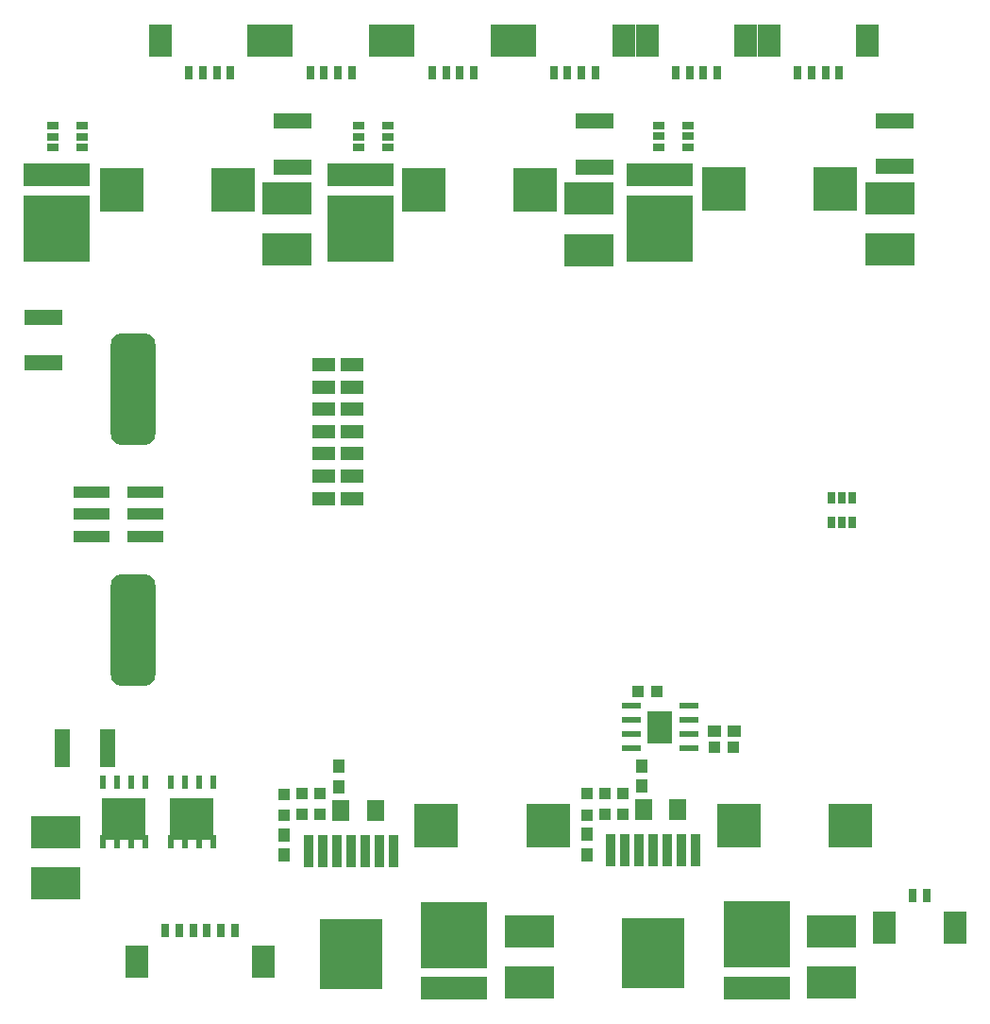
<source format=gtp>
%FSLAX44Y44*%
%MOMM*%
G71*
G01*
G75*
G04 Layer_Color=8421504*
%ADD10C,2.0000*%
%ADD11R,5.6000X6.3500*%
%ADD12R,0.9100X3.0000*%
%ADD13R,3.5000X1.4000*%
%ADD14R,1.4000X3.5000*%
%ADD15R,1.1000X1.1000*%
%ADD16R,1.0000X0.7000*%
%ADD17R,0.8000X1.3000*%
%ADD18R,2.1000X3.0000*%
%ADD19R,4.0000X4.0000*%
%ADD20R,6.0000X6.0000*%
%ADD21R,6.0000X2.0000*%
%ADD22R,4.5000X3.0000*%
%ADD23R,1.1000X1.2000*%
%ADD24R,1.5000X1.9000*%
%ADD25R,0.6100X1.2700*%
%ADD26R,3.9100X3.7500*%
%ADD27R,1.2000X1.1000*%
%ADD28R,1.0000X1.1000*%
G04:AMPARAMS|DCode=29|XSize=4mm|YSize=10mm|CornerRadius=1mm|HoleSize=0mm|Usage=FLASHONLY|Rotation=0.000|XOffset=0mm|YOffset=0mm|HoleType=Round|Shape=RoundedRectangle|*
%AMROUNDEDRECTD29*
21,1,4.0000,8.0000,0,0,0.0*
21,1,2.0000,10.0000,0,0,0.0*
1,1,2.0000,1.0000,-4.0000*
1,1,2.0000,-1.0000,-4.0000*
1,1,2.0000,-1.0000,4.0000*
1,1,2.0000,1.0000,4.0000*
%
%ADD29ROUNDEDRECTD29*%
%ADD30R,2.0000X1.2000*%
%ADD31R,3.2000X1.0000*%
%ADD32R,1.7500X0.6000*%
%ADD33R,2.8500X3.6000*%
%ADD34R,0.6500X1.0500*%
%ADD35C,0.6000*%
%ADD36C,0.5000*%
%ADD37C,0.2000*%
%ADD38C,0.3000*%
%ADD39C,3.0000*%
%ADD40C,0.8000*%
%ADD41C,1.0000*%
%ADD42C,0.9000*%
%ADD43C,2.5000*%
%ADD44R,7.4500X4.6250*%
%ADD45R,9.9750X4.0250*%
%ADD46R,5.1750X10.4000*%
%ADD47R,4.5050X10.5100*%
%ADD48R,6.0000X12.8250*%
%ADD49R,3.6750X7.1250*%
%ADD50R,4.4500X9.4500*%
%ADD51R,3.3500X4.9500*%
%ADD52R,2.7750X4.9500*%
%ADD53R,2.4750X3.0000*%
%ADD54R,1.6750X2.9750*%
%ADD55R,3.4750X1.4000*%
%ADD56R,1.9750X6.4580*%
%ADD57R,1.0000X0.5750*%
%ADD58R,6.0000X14.0500*%
%ADD59R,2.4000X2.8960*%
%ADD60R,6.1000X8.1000*%
%ADD61R,10.7750X4.8000*%
%ADD62R,7.8000X3.9750*%
%ADD63R,2.4320X7.9440*%
%ADD64R,3.8000X37.1000*%
%ADD65R,21.1000X4.0500*%
%ADD66R,10.8840X4.8000*%
%ADD67R,2.4000X6.0670*%
%ADD68R,52.1900X2.9500*%
%ADD69R,4.5050X14.9600*%
%ADD70R,0.9250X1.1250*%
%ADD71R,4.5300X15.0600*%
%ADD72R,4.3240X3.9600*%
%ADD73R,2.0500X3.1000*%
%ADD74R,2.0500X3.1500*%
%ADD75R,2.5750X2.6000*%
%ADD76R,2.0750X2.9750*%
%ADD77R,2.0500X2.4750*%
%ADD78R,2.5250X2.6750*%
%ADD79R,2.0750X1.9250*%
%ADD80R,2.0500X2.6500*%
%ADD81R,2.6500X3.9750*%
%ADD82R,2.0500X3.3750*%
%ADD83R,2.0500X3.8750*%
%ADD84R,2.0500X3.2750*%
%ADD85R,2.0500X3.4000*%
%ADD86R,2.0500X3.1250*%
%ADD87R,2.4250X1.3000*%
%ADD88R,22.6250X3.2250*%
%ADD89R,21.7000X7.1000*%
%ADD90R,3.2250X18.4000*%
%ADD91R,6.9750X10.0250*%
%ADD92C,1.5000*%
%ADD93C,2.5000*%
%ADD94C,4.0000*%
%ADD95R,1.5000X1.5000*%
%ADD96R,1.5000X1.5000*%
%ADD97C,0.8000*%
%ADD98C,1.0000*%
%ADD99C,1.2000*%
%ADD100C,6.0000*%
%ADD101C,1.7000*%
%ADD102C,1.8000*%
%ADD103C,0.6600*%
%ADD104C,1.5000*%
%ADD105C,0.4000*%
%ADD106C,0.2500*%
%ADD107R,3.3750X5.0250*%
%ADD108R,2.3750X1.3000*%
%ADD109R,2.4250X1.6250*%
%ADD110R,3.4250X0.7750*%
%ADD111R,2.6000X1.7250*%
%ADD112R,3.5250X0.8250*%
%ADD113R,2.4000X1.6250*%
%ADD114R,1.4500X2.4500*%
%ADD115R,2.6250X1.7750*%
%ADD116R,3.5250X0.9500*%
%ADD117R,3.3750X34.9250*%
%ADD118R,5.3250X2.3250*%
%ADD119R,6.0000X2.2500*%
%ADD120R,6.0750X2.3000*%
%ADD121C,5.8000*%
%ADD122C,1.0160*%
%ADD123C,2.0160*%
%ADD124C,1.9160*%
%ADD125C,1.3160*%
%ADD126C,1.5160*%
%ADD127C,1.6160*%
%ADD128C,1.8160*%
%ADD129C,0.2540*%
%ADD130C,3.5160*%
%ADD131C,3.2160*%
%ADD132C,4.0160*%
%ADD133C,1.3460*%
%ADD134R,2.3000X4.9750*%
%ADD135R,3.1000X1.5250*%
%ADD136R,2.5000X1.7250*%
%ADD137R,2.6750X1.7750*%
%ADD138R,3.6000X1.0000*%
%ADD139R,2.5250X1.6750*%
%ADD140R,1.5000X2.5250*%
%ADD141R,3.5500X0.8500*%
%ADD142R,2.7000X1.7500*%
%ADD143R,3.4250X1.0750*%
%ADD144R,3.5250X1.0500*%
%ADD145R,2.4250X1.7250*%
%ADD146R,2.4500X1.6500*%
%ADD147R,2.4500X1.2500*%
%ADD148R,5.3000X2.3000*%
%ADD149R,6.0250X2.3000*%
%ADD150R,6.0500X2.3250*%
%ADD151R,3.4250X34.9500*%
%ADD152C,0.2000*%
%ADD153R,0.9000X0.7000*%
%ADD154R,0.8000X0.7000*%
%ADD155R,0.7000X0.8000*%
%ADD156R,1.1000X1.1000*%
%ADD157R,1.3000X0.7000*%
%ADD158R,1.4000X1.0000*%
%ADD159R,1.0500X0.6500*%
%ADD160R,0.6500X0.9000*%
%ADD161R,1.0800X1.0500*%
%ADD162R,1.9000X1.5000*%
%ADD163R,1.1000X0.6500*%
%ADD164R,0.9000X0.6500*%
%ADD165R,0.6500X1.1000*%
%ADD166R,1.0000X1.4000*%
%ADD167R,6.0000X3.0000*%
%ADD168R,1.5000X1.6000*%
%ADD169O,0.6000X1.9500*%
%ADD170R,1.8000X0.6000*%
%ADD171R,1.0500X1.0800*%
%ADD172O,1.8000X0.3000*%
%ADD173O,0.3000X1.8000*%
%ADD174R,2.5000X1.0000*%
%ADD175R,0.6000X0.8000*%
%ADD176R,1.1000X1.8000*%
%ADD177R,0.6500X3.0000*%
%ADD178O,1.7000X0.3500*%
%ADD179R,0.7000X0.9000*%
%ADD180R,0.6500X2.2000*%
%ADD181R,2.4000X3.3000*%
%ADD182R,2.4000X1.0000*%
%ADD183R,0.6000X1.8000*%
%ADD184R,0.5500X0.9500*%
%ADD185R,6.0000X6.0000*%
%ADD186R,2.0000X6.0000*%
%ADD187R,1.0000X1.8000*%
%ADD188R,0.7000X1.3000*%
%ADD189R,2.1000X2.0000*%
%ADD190R,2.6500X3.0250*%
%ADD191R,2.2500X3.0000*%
%ADD192R,5.4000X2.4750*%
%ADD193R,6.1250X2.4250*%
%ADD194R,6.2500X2.4250*%
%ADD195R,3.5000X3.9000*%
%ADD196R,1.3000X3.2000*%
%ADD197R,4.9000X1.5000*%
%ADD198R,1.7000X3.2000*%
%ADD199R,13.8000X1.3000*%
%ADD200R,3.1000X4.5000*%
%ADD201R,52.4000X2.9500*%
%ADD202R,2.7000X3.3000*%
%ADD203R,7.1000X2.5000*%
%ADD204R,4.9000X2.7000*%
%ADD205R,4.7000X1.9000*%
%ADD206R,2.7000X3.5000*%
%ADD207R,2.7000X2.7000*%
%ADD208R,2.7000X1.8000*%
%ADD209R,2.7000X1.9000*%
%ADD210R,2.7000X3.9000*%
%ADD211R,2.7000X3.6000*%
%ADD212R,32.3500X1.3000*%
%ADD213R,0.6100X3.1400*%
%ADD214R,3.2000X1.7100*%
%ADD215R,2.4800X2.0750*%
%ADD216R,0.6000X1.8000*%
%ADD217R,0.6000X2.8900*%
%ADD218R,1.4900X1.4000*%
%ADD219R,2.4800X2.0270*%
%ADD220R,2.4800X2.0440*%
%ADD221R,2.4800X2.1920*%
%ADD222R,2.4800X1.9810*%
%ADD223R,0.6000X2.3100*%
%ADD224R,2.4800X2.0650*%
%ADD225R,7.8750X3.0000*%
%ADD226R,2.7000X12.4250*%
%ADD227R,15.4900X3.0000*%
%ADD228R,2.4750X2.8750*%
%ADD229R,2.4750X2.9000*%
%ADD230R,2.4750X4.2000*%
%ADD231R,1.0250X3.6500*%
%ADD232R,3.5250X2.3500*%
%ADD233R,2.2500X3.0000*%
D11*
X254700Y900D02*
D03*
X526200Y1150D02*
D03*
D12*
X216600Y93150D02*
D03*
X229300D02*
D03*
X242000D02*
D03*
X254700D02*
D03*
X267400D02*
D03*
X280100D02*
D03*
X292800D02*
D03*
X564300Y93400D02*
D03*
X551600D02*
D03*
X538900D02*
D03*
X526200D02*
D03*
X513500D02*
D03*
X500800D02*
D03*
X488100D02*
D03*
D13*
X742910Y747540D02*
D03*
Y706540D02*
D03*
X473570Y706310D02*
D03*
Y747310D02*
D03*
X202090Y747330D02*
D03*
Y706330D02*
D03*
X-21000Y571500D02*
D03*
Y530500D02*
D03*
D14*
X36500Y185000D02*
D03*
X-4500D02*
D03*
D15*
X466500Y125250D02*
D03*
Y144250D02*
D03*
X195000Y125000D02*
D03*
Y144000D02*
D03*
X482600Y144900D02*
D03*
Y125900D02*
D03*
X211100Y144650D02*
D03*
Y125650D02*
D03*
X498600Y144900D02*
D03*
Y125900D02*
D03*
X227100Y144650D02*
D03*
Y125650D02*
D03*
D16*
X557000Y724000D02*
D03*
Y733500D02*
D03*
Y743000D02*
D03*
X531000Y743000D02*
D03*
Y733500D02*
D03*
Y724000D02*
D03*
X261750Y723750D02*
D03*
Y733250D02*
D03*
Y742750D02*
D03*
X287750Y742750D02*
D03*
Y733250D02*
D03*
Y723750D02*
D03*
X13750Y723750D02*
D03*
Y733250D02*
D03*
Y742750D02*
D03*
X-12250Y742750D02*
D03*
Y733250D02*
D03*
Y723750D02*
D03*
D17*
X255750Y790700D02*
D03*
X243250D02*
D03*
X230750D02*
D03*
X218250D02*
D03*
X545999Y790700D02*
D03*
X558499D02*
D03*
X570999D02*
D03*
X583499D02*
D03*
X365000Y790700D02*
D03*
X352500D02*
D03*
X340000D02*
D03*
X327500D02*
D03*
X109250D02*
D03*
X121750D02*
D03*
X134250D02*
D03*
X146750D02*
D03*
X758750Y53000D02*
D03*
X771250D02*
D03*
X693000Y790750D02*
D03*
X680500D02*
D03*
X668000D02*
D03*
X655500D02*
D03*
X436500Y790700D02*
D03*
X449000D02*
D03*
X461500D02*
D03*
X474000D02*
D03*
X125750Y22000D02*
D03*
X113250D02*
D03*
X100750D02*
D03*
X88250D02*
D03*
X138250D02*
D03*
X150750D02*
D03*
D18*
X281110Y819080D02*
D03*
X192610D02*
D03*
X520359Y819080D02*
D03*
X608859D02*
D03*
X390360Y819080D02*
D03*
X301860D02*
D03*
X83610D02*
D03*
X172110D02*
D03*
X733390Y24620D02*
D03*
X796890D02*
D03*
X718360Y819130D02*
D03*
X629860D02*
D03*
X410860Y819080D02*
D03*
X499360D02*
D03*
X62890Y-6380D02*
D03*
X176390D02*
D03*
D19*
X431500Y115500D02*
D03*
X331500D02*
D03*
X689560Y686090D02*
D03*
X589560D02*
D03*
X320220Y685860D02*
D03*
X420220D02*
D03*
X148740Y685880D02*
D03*
X48740D02*
D03*
X602500Y115500D02*
D03*
X702500D02*
D03*
D20*
X619000Y18200D02*
D03*
X347500Y17950D02*
D03*
X263000Y650900D02*
D03*
X-8910Y650730D02*
D03*
X532000Y650900D02*
D03*
D21*
X619000Y-29900D02*
D03*
X347500Y-30150D02*
D03*
X263000Y699000D02*
D03*
X-8910Y698830D02*
D03*
X532000Y699000D02*
D03*
D22*
X686200Y-24900D02*
D03*
Y21100D02*
D03*
X414700Y-25150D02*
D03*
Y20850D02*
D03*
X737910Y632040D02*
D03*
Y678040D02*
D03*
X468570Y631810D02*
D03*
Y677810D02*
D03*
X197090Y631830D02*
D03*
Y677830D02*
D03*
X-10500Y64000D02*
D03*
Y110000D02*
D03*
D23*
X244000Y168750D02*
D03*
Y150750D02*
D03*
X466500Y107750D02*
D03*
Y89750D02*
D03*
X195000Y107500D02*
D03*
Y89500D02*
D03*
X515500Y169000D02*
D03*
Y151000D02*
D03*
D24*
X245500Y129750D02*
D03*
X276500D02*
D03*
X517000Y130000D02*
D03*
X548000D02*
D03*
D25*
X131000Y155000D02*
D03*
X118300D02*
D03*
X105600D02*
D03*
X92900D02*
D03*
Y101600D02*
D03*
X105600D02*
D03*
X118300D02*
D03*
X131000D02*
D03*
X70000Y155000D02*
D03*
X57300D02*
D03*
X44600D02*
D03*
X31900D02*
D03*
Y101600D02*
D03*
X44600D02*
D03*
X57300D02*
D03*
X70000D02*
D03*
D26*
X111950Y121700D02*
D03*
X50950D02*
D03*
D27*
X598500Y200500D02*
D03*
X580500D02*
D03*
D28*
X597499Y186000D02*
D03*
X580499D02*
D03*
X528999Y236000D02*
D03*
X511999D02*
D03*
D29*
X59480Y290660D02*
D03*
Y506900D02*
D03*
D30*
X255750Y409000D02*
D03*
X230750D02*
D03*
X255750Y429000D02*
D03*
X230750D02*
D03*
X255750Y449000D02*
D03*
X230750D02*
D03*
X255750Y469000D02*
D03*
X230750D02*
D03*
X255750Y489000D02*
D03*
X230750D02*
D03*
X255750Y509000D02*
D03*
X230750D02*
D03*
X255750Y529000D02*
D03*
X230750D02*
D03*
D31*
X22000Y415000D02*
D03*
X70000D02*
D03*
X22000Y395000D02*
D03*
X70000D02*
D03*
X22000Y375000D02*
D03*
X70000D02*
D03*
D32*
X506000Y223050D02*
D03*
Y210350D02*
D03*
Y197650D02*
D03*
Y184950D02*
D03*
X558000Y223050D02*
D03*
Y210350D02*
D03*
Y197650D02*
D03*
Y184950D02*
D03*
D34*
X685750Y387500D02*
D03*
X695250D02*
D03*
X704750D02*
D03*
Y410000D02*
D03*
X695250D02*
D03*
X685750D02*
D03*
D233*
X532000Y204000D02*
D03*
M02*

</source>
